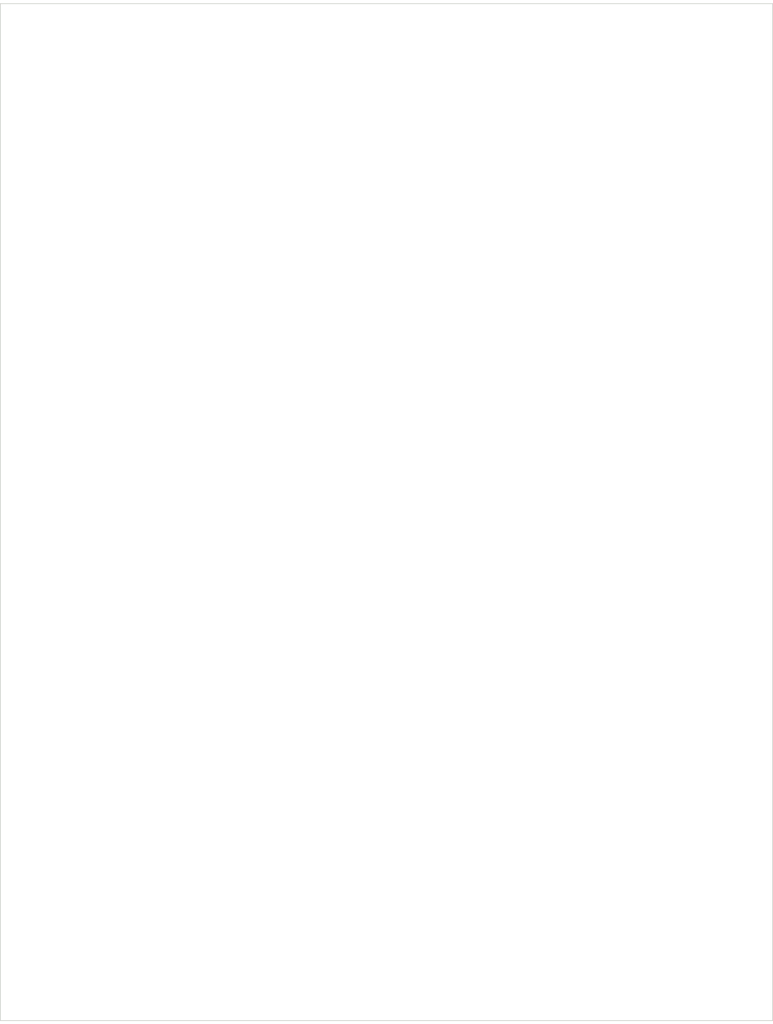
<source format=kicad_pcb>
(kicad_pcb (version 20211014) (generator pcbnew)
  (layers (0 "F.Cu" signal) (31 "B.Cu" signal) (34 "B.Paste" user) (35 "F.Paste" user) (36 "B.SilkS" user "B.Silkscreen") (37 "F.SilkS" user "F.Silkscreen") (38 "B.Mask" user) (39 "F.Mask" user) (44 "Edge.Cuts" user))
  (net 0 "")
  (footprint "MountingHole:MountingHole_3.2mm_M3" (layer "F.Cu") (at 5.08 130.35)
    (fp_text reference "REF**" hide)
    (fp_text value "MountingHole_3.2mm_M3" hide)
    (pad "" np_thru_hole oval locked (at 0 0) (size 7 3.2) (drill oval 7 3.2) (layers F&B.Cu *.Mask))
  )
  (footprint "MountingHole:MountingHole_3.2mm_M3" (layer "F.Cu") (at 96.22 130.35)
    (fp_text reference "REF**" hide)
    (fp_text value "MountingHole_3.2mm_M3" hide)
    (pad "" np_thru_hole oval locked (at 0 0) (size 7 3.2) (drill oval 7 3.2) (layers F&B.Cu *.Mask))
  )
  (footprint "MountingHole:MountingHole_3.2mm_M3" (layer "F.Cu") (at 96.22 3)
    (fp_text reference "REF**" hide)
    (fp_text value "MountingHole_3.2mm_M3" hide)
    (pad "" np_thru_hole oval locked (at 0 0) (size 7 3.2) (drill oval 7 3.2) (layers F&B.Cu *.Mask))
  )
  (footprint "MountingHole:MountingHole_3.2mm_M3" (layer "F.Cu") (at 5.08 3)
    (fp_text reference "REF**" hide)
    (fp_text value "MountingHole_3.2mm_M3" hide)
    (pad "" np_thru_hole oval locked (at 0 0) (size 7 3.2) (drill oval 7 3.2) (layers F&B.Cu *.Mask))
  )
  (gr_line (start 101.3 0) (end 101.3 133.35) (layer "Edge.Cuts") (width 0.1))
  (gr_line (start 0 133.35) (end 0 0) (layer "Edge.Cuts") (width 0.1))
  (gr_line (start 0 0) (end 101.3 0) (layer "Edge.Cuts") (width 0.1))
  (gr_line (start 101.3 133.35) (end 0 133.35) (layer "Edge.Cuts") (width 0.1))
)
</source>
